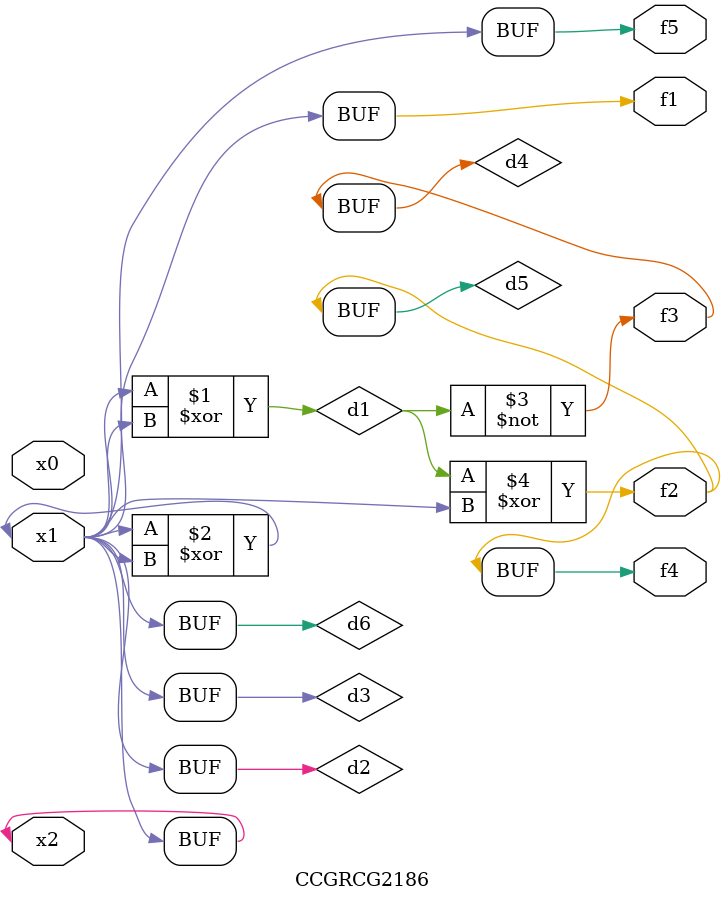
<source format=v>
module CCGRCG2186(
	input x0, x1, x2,
	output f1, f2, f3, f4, f5
);

	wire d1, d2, d3, d4, d5, d6;

	xor (d1, x1, x2);
	buf (d2, x1, x2);
	xor (d3, x1, x2);
	nor (d4, d1);
	xor (d5, d1, d2);
	buf (d6, d2, d3);
	assign f1 = d6;
	assign f2 = d5;
	assign f3 = d4;
	assign f4 = d5;
	assign f5 = d6;
endmodule

</source>
